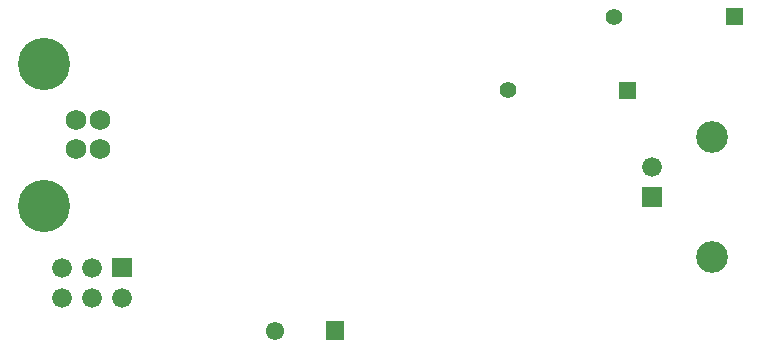
<source format=gbr>
G04 start of page 7 for group -4062 idx -4062 *
G04 Title: (unknown), soldermask *
G04 Creator: pcb 1.99z *
G04 CreationDate: Thu 26 Sep 2013 01:11:15 AM GMT UTC *
G04 For: commonadmin *
G04 Format: Gerber/RS-274X *
G04 PCB-Dimensions: 600000 500000 *
G04 PCB-Coordinate-Origin: lower left *
%MOIN*%
%FSLAX25Y25*%
%LNBOTTOMMASK*%
%ADD85C,0.0610*%
%ADD84C,0.1740*%
%ADD83C,0.0680*%
%ADD82C,0.1060*%
%ADD81C,0.0660*%
%ADD80C,0.0560*%
%ADD79C,0.0001*%
G54D79*G36*
X243700Y115800D02*Y110200D01*
X249300D01*
Y115800D01*
X243700D01*
G37*
G54D80*X206500Y113000D03*
G54D79*G36*
X251200Y80800D02*Y74200D01*
X257800D01*
Y80800D01*
X251200D01*
G37*
G54D81*X254500Y87500D03*
G54D82*X274500Y97500D03*
Y57500D03*
G54D79*G36*
X279200Y140300D02*Y134700D01*
X284800D01*
Y140300D01*
X279200D01*
G37*
G54D80*X242000Y137500D03*
G54D79*G36*
X145950Y35950D02*Y29850D01*
X152050D01*
Y35950D01*
X145950D01*
G37*
G54D83*X62700Y93300D03*
Y103100D03*
X70500D03*
Y93300D03*
G54D84*X52000Y74500D03*
Y121900D03*
G54D85*X129000Y32900D03*
G54D79*G36*
X74700Y57200D02*Y50600D01*
X81300D01*
Y57200D01*
X74700D01*
G37*
G54D81*X78000Y43900D03*
X68000D03*
X58000D03*
X68000Y53900D03*
X58000D03*
M02*

</source>
